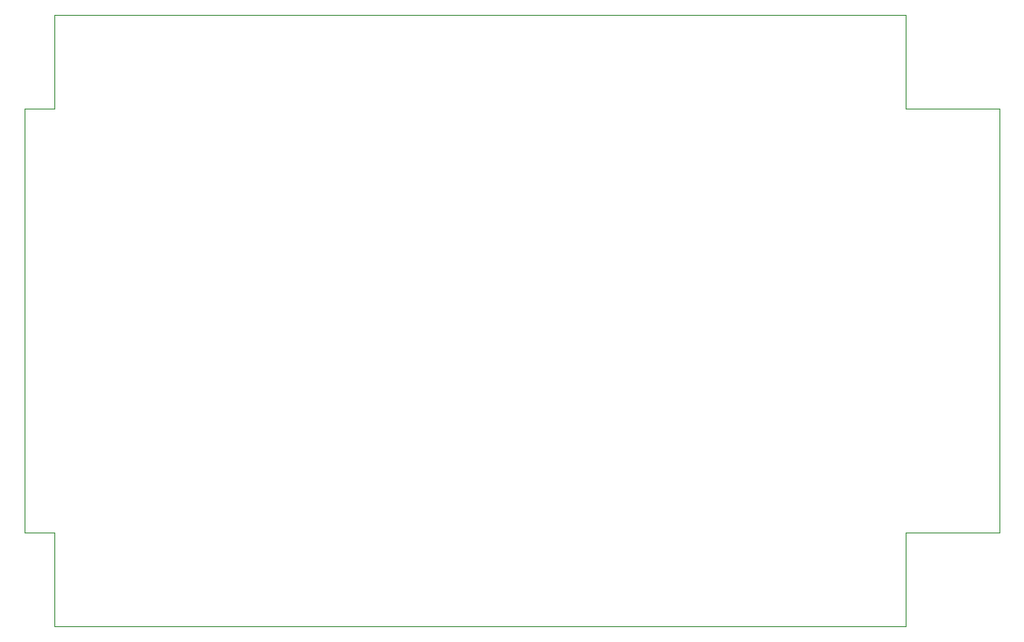
<source format=gbr>
%TF.GenerationSoftware,KiCad,Pcbnew,(6.0.4-0)*%
%TF.CreationDate,2024-06-13T21:30:34-04:00*%
%TF.ProjectId,SignalSlinger,5369676e-616c-4536-9c69-6e6765722e6b,rev?*%
%TF.SameCoordinates,Original*%
%TF.FileFunction,Profile,NP*%
%FSLAX46Y46*%
G04 Gerber Fmt 4.6, Leading zero omitted, Abs format (unit mm)*
G04 Created by KiCad (PCBNEW (6.0.4-0)) date 2024-06-13 21:30:34*
%MOMM*%
%LPD*%
G01*
G04 APERTURE LIST*
%TA.AperFunction,Profile*%
%ADD10C,0.100000*%
%TD*%
G04 APERTURE END LIST*
D10*
X48832400Y-59885000D02*
X131077600Y-59885000D01*
X46000000Y-109897600D02*
X48832400Y-109897600D01*
X46000000Y-68927400D02*
X48832400Y-68927400D01*
X131077600Y-118940000D02*
X48832400Y-118940000D01*
X131077600Y-109897600D02*
X140120000Y-109897600D01*
X131077600Y-118940000D02*
X131077600Y-109897600D01*
X48832400Y-109897600D02*
X48832400Y-118940000D01*
X140120000Y-68927400D02*
X140120000Y-109897600D01*
X46000000Y-68927400D02*
X46000000Y-109897600D01*
X131077600Y-68927400D02*
X140120000Y-68927400D01*
X48832400Y-68927400D02*
X48832400Y-59885000D01*
X131077600Y-59885000D02*
X131077600Y-68927400D01*
M02*

</source>
